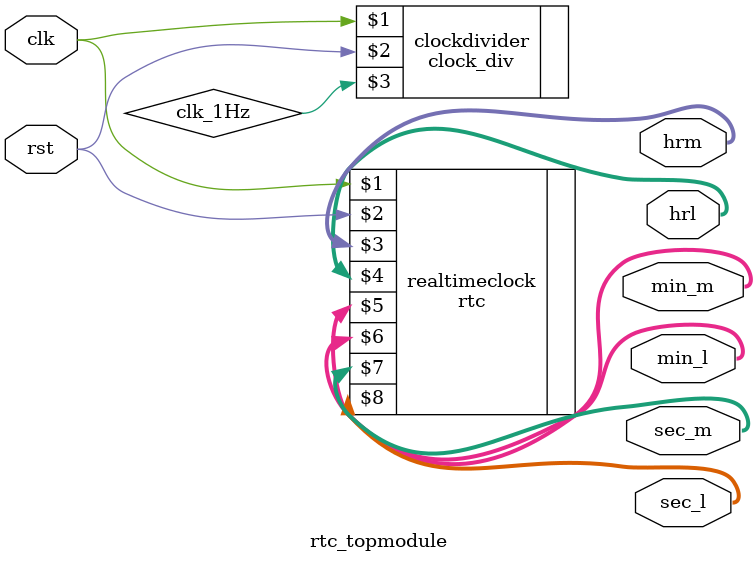
<source format=v>
`timescale 1ps / 1ps


module rtc_topmodule(clk,rst,hrm,hrl,min_m,min_l,sec_m,sec_l);
input clk;  //1Hz Clock
input rst; //active low reset
output  [6:0] hrm;
output  [6:0] hrl;
output  [6:0] min_m;
output  [6:0] min_l;
output  [6:0] sec_m;
output  [6:0] sec_l;

wire clk_1Hz;
clock_div clockdivider(clk,rst,clk_1Hz);
rtc realtimeclock(clk,rst,hrm,hrl,min_m,min_l,sec_m,sec_l); 
//here for rtc simulation sending clk itself because simulation runs for 1000ns maximum;
//for board implementation send below clk_1Hz instead of clk to rtc module

endmodule

</source>
